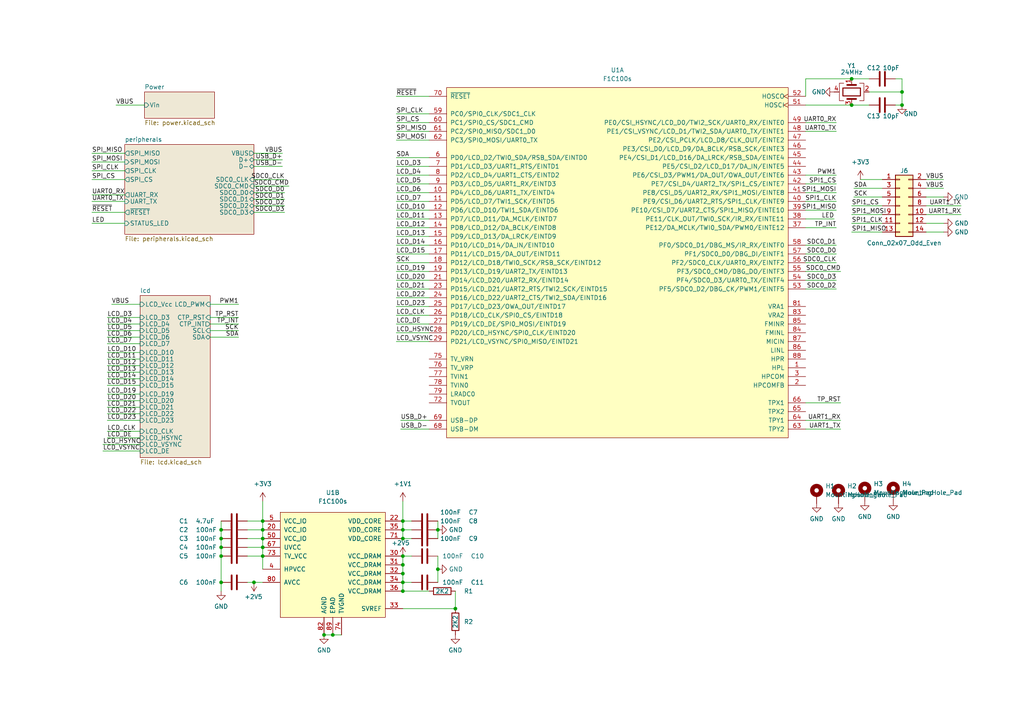
<source format=kicad_sch>
(kicad_sch (version 20211123) (generator eeschema)
  (paper "A4")
  (lib_symbols
    (symbol "3340_kicad:F1C100s" (pin_names (offset 1.016))
      (property "Reference" "U" (at 0 1.27 0))
      (property "Value" "F1C100s" (at 0 -1.27 0))
      (symbol "F1C100s_1_0"
        (pin output line (at 55.88 -30.48 180) (length 5.08) (name "HPL") (number "1"))
        (pin bidirectional line (at -53.34 20.32 0) (length 5.08) (name "PD4/LCD_D6/UART1_TX/EINTD4") (number "10"))
        (pin bidirectional line (at -53.34 17.78 0) (length 5.08) (name "PD5/LCD_D7/TWI1_SCK/EINTD5") (number "11"))
        (pin bidirectional line (at -53.34 15.24 0) (length 5.08) (name "PD6/LCD_D10/TWI1_SDA/EINTD6") (number "12"))
        (pin bidirectional line (at -53.34 12.7 0) (length 5.08) (name "PD7/LCD_D11/DA_MCLK/EINTD7") (number "13"))
        (pin bidirectional line (at -53.34 10.16 0) (length 5.08) (name "PD8/LCD_D12/DA_BCLK/EINTD8") (number "14"))
        (pin bidirectional line (at -53.34 7.62 0) (length 5.08) (name "PD9/LCD_D13/DA_LRCK/EINTD9") (number "15"))
        (pin bidirectional line (at -53.34 5.08 0) (length 5.08) (name "PD10/LCD_D14/DA_IN/EINTD10") (number "16"))
        (pin bidirectional line (at -53.34 2.54 0) (length 5.08) (name "PD11/LCD_D15/DA_OUT/EINTD11") (number "17"))
        (pin bidirectional line (at -53.34 0 0) (length 5.08) (name "PD12/LCD_D18/TWI0_SCK/RSB_SCK/EINTD12") (number "18"))
        (pin bidirectional line (at -53.34 -2.54 0) (length 5.08) (name "PD13/LCD_D19/UART2_TX/EINTD13") (number "19"))
        (pin input line (at 55.88 -35.56 180) (length 5.08) (name "HPCOMFB") (number "2"))
        (pin bidirectional line (at -53.34 -5.08 0) (length 5.08) (name "PD14/LCD_D20/UART2_RX/EINTD14") (number "21"))
        (pin bidirectional line (at -53.34 -7.62 0) (length 5.08) (name "PD15/LCD_D21/UART2_RTS/TWI2_SCK/EINTD15") (number "23"))
        (pin bidirectional line (at -53.34 -10.16 0) (length 5.08) (name "PD16/LCD_D22/UART2_CTS/TWI2_SDA/EINTD16") (number "24"))
        (pin bidirectional line (at -53.34 -12.7 0) (length 5.08) (name "PD17/LCD_D23/OWA_OUT/EINTD17") (number "25"))
        (pin bidirectional line (at -53.34 -15.24 0) (length 5.08) (name "PD18/LCD_CLK/SPI0_CS/EINTD18") (number "26"))
        (pin bidirectional line (at -53.34 -17.78 0) (length 5.08) (name "PD19/LCD_DE/SPI0_MOSI/EINTD19") (number "27"))
        (pin bidirectional line (at -53.34 -20.32 0) (length 5.08) (name "PD20/LCD_HSYNC/SPI0_CLK/EINTD20") (number "28"))
        (pin bidirectional line (at -53.34 -22.86 0) (length 5.08) (name "PD21/LCD_VSYNC/SPI0_MISO/EINTD21") (number "29"))
        (pin output line (at 55.88 -33.02 180) (length 5.08) (name "HPCOM") (number "3"))
        (pin bidirectional line (at 55.88 10.16 180) (length 5.08) (name "PE12/DA_MCLK/TWI0_SDA/PWM0/EINTE12") (number "37"))
        (pin bidirectional line (at 55.88 12.7 180) (length 5.08) (name "PE11/CLK_OUT/TWI0_SCK/IR_RX/EINTE11") (number "38"))
        (pin bidirectional line (at 55.88 15.24 180) (length 5.08) (name "PE10/CSI_D7/UART2_CTS/SPI1_MISO/EINTE10") (number "39"))
        (pin bidirectional line (at 55.88 17.78 180) (length 5.08) (name "PE9/CSI_D6/UART2_RTS/SPI1_CLK/EINTE9") (number "40"))
        (pin bidirectional line (at 55.88 20.32 180) (length 5.08) (name "PE8/CSI_D5/UART2_RX/SPI1_MOSI/EINTE8") (number "41"))
        (pin bidirectional line (at 55.88 22.86 180) (length 5.08) (name "PE7/CSI_D4/UART2_TX/SPI1_CS/EINTE7") (number "42"))
        (pin bidirectional line (at 55.88 25.4 180) (length 5.08) (name "PE6/CSI_D3/PWM1/DA_OUT/OWA_OUT/EINTE6") (number "43"))
        (pin bidirectional line (at 55.88 27.94 180) (length 5.08) (name "PE5/CSI_D2/LCD_D17/DA_IN/EINTE5") (number "44"))
        (pin bidirectional line (at 55.88 30.48 180) (length 5.08) (name "PE4/CSI_D1/LCD_D16/DA_LRCK/RSB_SDA/EINTE4") (number "45"))
        (pin bidirectional line (at 55.88 33.02 180) (length 5.08) (name "PE3/CSI_D0/LCD_D9/DA_BCLK/RSB_SCK/EINTE3") (number "46"))
        (pin bidirectional line (at 55.88 35.56 180) (length 5.08) (name "PE2/CSI_PCLK/LCD_D8/CLK_OUT/EINTE2") (number "47"))
        (pin bidirectional line (at 55.88 38.1 180) (length 5.08) (name "PE1/CSI_VSYNC/LCD_D1/TWI2_SDA/UART0_TX/EINTE1") (number "48"))
        (pin bidirectional line (at 55.88 40.64 180) (length 5.08) (name "PE0/CSI_HSYNC/LCD_D0/TWI2_SCK/UART0_RX/EINTE0") (number "49"))
        (pin input clock (at 55.88 45.72 180) (length 5.08) (name "HOSCI") (number "51"))
        (pin input clock (at 55.88 48.26 180) (length 5.08) (name "HOSCO") (number "52"))
        (pin bidirectional line (at 55.88 -7.62 180) (length 5.08) (name "PF5/SDC0_D2/DBG_CK/PWM1/EINTF5") (number "53"))
        (pin bidirectional line (at 55.88 -5.08 180) (length 5.08) (name "PF4/SDC0_D3/UART0_TX/EINTF4") (number "54"))
        (pin bidirectional line (at 55.88 -2.54 180) (length 5.08) (name "PF3/SDC0_CMD/DBG_DO/EINTF3") (number "55"))
        (pin bidirectional line (at 55.88 0 180) (length 5.08) (name "PF2/SDC0_CLK/UART0_RX/EINTF2") (number "56"))
        (pin bidirectional line (at 55.88 2.54 180) (length 5.08) (name "PF1/SDC0_D0/DBG_DI/EINTF1") (number "57"))
        (pin bidirectional line (at 55.88 5.08 180) (length 5.08) (name "PF0/SDC0_D1/DBG_MS/IR_RX/EINTF0") (number "58"))
        (pin bidirectional line (at -53.34 43.18 0) (length 5.08) (name "PC0/SPI0_CLK/SDC1_CLK") (number "59"))
        (pin bidirectional line (at -53.34 30.48 0) (length 5.08) (name "PD0/LCD_D2/TWI0_SDA/RSB_SDA/EINTD0") (number "6"))
        (pin bidirectional line (at -53.34 40.64 0) (length 5.08) (name "PC1/SPI0_CS/SDC1_CMD") (number "60"))
        (pin bidirectional line (at -53.34 38.1 0) (length 5.08) (name "PC2/SPI0_MISO/SDC1_D0") (number "61"))
        (pin bidirectional line (at -53.34 35.56 0) (length 5.08) (name "PC3/SPI0_MOSI/UART0_TX") (number "62"))
        (pin input line (at 55.88 -48.26 180) (length 5.08) (name "TPY2") (number "63"))
        (pin input line (at 55.88 -45.72 180) (length 5.08) (name "TPY1") (number "64"))
        (pin input line (at 55.88 -43.18 180) (length 5.08) (name "TPX2") (number "65"))
        (pin input line (at 55.88 -40.64 180) (length 5.08) (name "TPX1") (number "66"))
        (pin bidirectional line (at -53.34 -48.26 0) (length 5.08) (name "USB-DM") (number "68"))
        (pin bidirectional line (at -53.34 -45.72 0) (length 5.08) (name "USB-DP") (number "69"))
        (pin bidirectional line (at -53.34 27.94 0) (length 5.08) (name "PD1/LCD_D3/UART1_RTS/EINTD1") (number "7"))
        (pin input line (at -53.34 48.26 0) (length 5.08) (name "~{RESET}") (number "70"))
        (pin output line (at -53.34 -40.64 0) (length 5.08) (name "TVOUT") (number "72"))
        (pin input line (at -53.34 -27.94 0) (length 5.08) (name "TV_VRN") (number "75"))
        (pin input line (at -53.34 -30.48 0) (length 5.08) (name "TV_VRP") (number "76"))
        (pin input line (at -53.34 -33.02 0) (length 5.08) (name "TVIN1") (number "77"))
        (pin input line (at -53.34 -35.56 0) (length 5.08) (name "TVIN0") (number "78"))
        (pin input line (at -53.34 -38.1 0) (length 5.08) (name "LRADC0") (number "79"))
        (pin bidirectional line (at -53.34 25.4 0) (length 5.08) (name "PD2/LCD_D4/UART1_CTS/EINTD2") (number "8"))
        (pin input line (at 55.88 -20.32 180) (length 5.08) (name "FMINL") (number "84"))
        (pin input line (at 55.88 -17.78 180) (length 5.08) (name "FMINR") (number "85"))
        (pin input line (at 55.88 -25.4 180) (length 5.08) (name "LINL") (number "86"))
        (pin input line (at 55.88 -22.86 180) (length 5.08) (name "MICIN") (number "87"))
        (pin output line (at 55.88 -27.94 180) (length 5.08) (name "HPR") (number "88"))
        (pin bidirectional line (at -53.34 22.86 0) (length 5.08) (name "PD3/LCD_D5/UART1_RX/EINTD3") (number "9"))
      )
      (symbol "F1C100s_1_1"
        (rectangle (start -48.26 50.8) (end 50.8 -50.8) (fill (type background)))
        (pin output line (at 55.88 -12.7 180) (length 5.08) (name "VRA1") (number "81"))
        (pin output line (at 55.88 -15.24 180) (length 5.08) (name "VRA2") (number "83"))
      )
      (symbol "F1C100s_2_0"
        (pin power_in line (at -20.32 8.89 0) (length 5.08) (name "VCC_IO") (number "20"))
        (pin power_in line (at 20.32 11.43 180) (length 5.08) (name "VDD_CORE") (number "22"))
        (pin power_in line (at 20.32 1.27 180) (length 5.08) (name "VCC_DRAM") (number "30"))
        (pin power_in line (at 20.32 -1.27 180) (length 5.08) (name "VCC_DRAM") (number "31"))
        (pin power_in line (at 20.32 -3.81 180) (length 5.08) (name "VCC_DRAM") (number "32"))
        (pin input line (at 20.32 -13.97 180) (length 5.08) (name "SVREF") (number "33"))
        (pin power_in line (at 20.32 -6.35 180) (length 5.08) (name "VCC_DRAM") (number "34"))
        (pin power_in line (at 20.32 8.89 180) (length 5.08) (name "VDD_CORE") (number "35"))
        (pin power_in line (at 20.32 -8.89 180) (length 5.08) (name "VCC_DRAM") (number "36"))
        (pin power_in line (at -20.32 -2.54 0) (length 5.08) (name "HPVCC") (number "4"))
        (pin power_in line (at -20.32 11.43 0) (length 5.08) (name "VCC_IO") (number "5"))
        (pin power_in line (at -20.32 6.35 0) (length 5.08) (name "VCC_IO") (number "50"))
        (pin power_in line (at -20.32 3.81 0) (length 5.08) (name "UVCC") (number "67"))
        (pin power_in line (at 20.32 6.35 180) (length 5.08) (name "VDD_CORE") (number "71"))
        (pin power_in line (at -20.32 1.27 0) (length 5.08) (name "TV_VCC") (number "73"))
        (pin power_in line (at 2.54 -21.59 90) (length 5.08) (name "TVGND") (number "74"))
        (pin power_in line (at -20.32 -6.35 0) (length 5.08) (name "AVCC") (number "80"))
        (pin power_in line (at -2.54 -21.59 90) (length 5.08) (name "AGND") (number "82"))
        (pin power_in line (at 0 -21.59 90) (length 5.08) (name "EPAD") (number "89"))
      )
      (symbol "F1C100s_2_1"
        (rectangle (start -15.24 13.97) (end 15.24 -16.51) (fill (type background)))
      )
    )
    (symbol "Connector_Generic:Conn_02x07_Odd_Even" (pin_names (offset 1.016) hide)
      (property "Reference" "J" (at 1.27 10.16 0))
      (property "Value" "Conn_02x07_Odd_Even" (at 1.27 -10.16 0))
      (symbol "Conn_02x07_Odd_Even_1_1"
        (rectangle (start -1.27 -7.493) (end 0 -7.747) (stroke (width 0.1524)))
        (rectangle (start -1.27 -4.953) (end 0 -5.207) (stroke (width 0.1524)))
        (rectangle (start -1.27 -2.413) (end 0 -2.667) (stroke (width 0.1524)))
        (rectangle (start -1.27 0.127) (end 0 -0.127) (stroke (width 0.1524)))
        (rectangle (start -1.27 2.667) (end 0 2.413) (stroke (width 0.1524)))
        (rectangle (start -1.27 5.207) (end 0 4.953) (stroke (width 0.1524)))
        (rectangle (start -1.27 7.747) (end 0 7.493) (stroke (width 0.1524)))
        (rectangle (start -1.27 8.89) (end 3.81 -8.89) (stroke (width 0.254)) (fill (type background)))
        (rectangle (start 3.81 -7.493) (end 2.54 -7.747) (stroke (width 0.1524)))
        (rectangle (start 3.81 -4.953) (end 2.54 -5.207) (stroke (width 0.1524)))
        (rectangle (start 3.81 -2.413) (end 2.54 -2.667) (stroke (width 0.1524)))
        (rectangle (start 3.81 0.127) (end 2.54 -0.127) (stroke (width 0.1524)))
        (rectangle (start 3.81 2.667) (end 2.54 2.413) (stroke (width 0.1524)))
        (rectangle (start 3.81 5.207) (end 2.54 4.953) (stroke (width 0.1524)))
        (rectangle (start 3.81 7.747) (end 2.54 7.493) (stroke (width 0.1524)))
        (pin passive line (at -5.08 7.62 0) (length 3.81) (name "Pin_1") (number "1"))
        (pin passive line (at 7.62 -2.54 180) (length 3.81) (name "Pin_10") (number "10"))
        (pin passive line (at -5.08 -5.08 0) (length 3.81) (name "Pin_11") (number "11"))
        (pin passive line (at 7.62 -5.08 180) (length 3.81) (name "Pin_12") (number "12"))
        (pin passive line (at -5.08 -7.62 0) (length 3.81) (name "Pin_13") (number "13"))
        (pin passive line (at 7.62 -7.62 180) (length 3.81) (name "Pin_14") (number "14"))
        (pin passive line (at 7.62 7.62 180) (length 3.81) (name "Pin_2") (number "2"))
        (pin passive line (at -5.08 5.08 0) (length 3.81) (name "Pin_3") (number "3"))
        (pin passive line (at 7.62 5.08 180) (length 3.81) (name "Pin_4") (number "4"))
        (pin passive line (at -5.08 2.54 0) (length 3.81) (name "Pin_5") (number "5"))
        (pin passive line (at 7.62 2.54 180) (length 3.81) (name "Pin_6") (number "6"))
        (pin passive line (at -5.08 0 0) (length 3.81) (name "Pin_7") (number "7"))
        (pin passive line (at 7.62 0 180) (length 3.81) (name "Pin_8") (number "8"))
        (pin passive line (at -5.08 -2.54 0) (length 3.81) (name "Pin_9") (number "9"))
      )
    )
    (symbol "Device:C" (pin_numbers hide) (pin_names (offset 0.254))
      (property "Reference" "C" (at 0.635 2.54 0))
      (property "Value" "C" (at 0.635 -2.54 0))
      (symbol "C_0_1"
        (polyline (pts (xy -2.032 -0.762) (xy 2.032 -0.762)) (stroke (width 0.508)))
        (polyline (pts (xy -2.032 0.762) (xy 2.032 0.762)) (stroke (width 0.508)))
      )
      (symbol "C_1_1"
        (pin passive line (at 0 3.81 270) (length 2.794) (name "~") (number "1"))
        (pin passive line (at 0 -3.81 90) (length 2.794) (name "~") (number "2"))
      )
    )
    (symbol "Device:Crystal_GND24" (pin_names (offset 1.016) hide)
      (property "Reference" "Y" (at 3.175 5.08 0))
      (property "Value" "Crystal_GND24" (at 3.175 3.175 0))
      (symbol "Crystal_GND24_0_1"
        (rectangle (start -1.143 2.54) (end 1.143 -2.54) (stroke (width 0.3048)))
        (polyline (pts (xy -2.54 0) (xy -2.032 0)))
        (polyline (pts (xy -2.032 -1.27) (xy -2.032 1.27)) (stroke (width 0.508)))
        (polyline (pts (xy 0 -3.81) (xy 0 -3.556)))
        (polyline (pts (xy 0 3.556) (xy 0 3.81)))
        (polyline (pts (xy 2.032 -1.27) (xy 2.032 1.27)) (stroke (width 0.508)))
        (polyline (pts (xy 2.032 0) (xy 2.54 0)))
        (polyline (pts (xy -2.54 -2.286) (xy -2.54 -3.556) (xy 2.54 -3.556) (xy 2.54 -2.286)))
        (polyline (pts (xy -2.54 2.286) (xy -2.54 3.556) (xy 2.54 3.556) (xy 2.54 2.286)))
      )
      (symbol "Crystal_GND24_1_1"
        (pin passive line (at -3.81 0 0) (length 1.27) (name "1") (number "1"))
        (pin passive line (at 0 5.08 270) (length 1.27) (name "2") (number "2"))
        (pin passive line (at 3.81 0 180) (length 1.27) (name "3") (number "3"))
        (pin passive line (at 0 -5.08 90) (length 1.27) (name "4") (number "4"))
      )
    )
    (symbol "Device:R" (pin_numbers hide) (pin_names (offset 0))
      (property "Reference" "R" (at 2.032 0 90))
      (property "Value" "R" (at 0 0 90))
      (symbol "R_0_1"
        (rectangle (start -1.016 -2.54) (end 1.016 2.54) (stroke (width 0.254)))
      )
      (symbol "R_1_1"
        (pin passive line (at 0 3.81 270) (length 1.27) (name "~") (number "1"))
        (pin passive line (at 0 -3.81 90) (length 1.27) (name "~") (number "2"))
      )
    )
    (symbol "Mechanical:MountingHole_Pad" (pin_numbers hide) (pin_names (offset 1.016) hide)
      (property "Reference" "H" (at 0 6.35 0))
      (property "Value" "MountingHole_Pad" (at 0 4.445 0))
      (symbol "MountingHole_Pad_0_1"
        (circle (center 0 1.27) (radius 1.27) (stroke (width 1.27)))
      )
      (symbol "MountingHole_Pad_1_1"
        (pin input line (at 0 -2.54 90) (length 2.54) (name "1") (number "1"))
      )
    )
    (symbol "power:+1V1" (power) (pin_names (offset 0))
      (property "Value" "+1V1" (at 0 3.556 0))
      (symbol "+1V1_0_1"
        (polyline (pts (xy -0.762 1.27) (xy 0 2.54)))
        (polyline (pts (xy 0 0) (xy 0 2.54)))
        (polyline (pts (xy 0 2.54) (xy 0.762 1.27)))
      )
      (symbol "+1V1_1_1"
        (pin power_in line (at 0 0 90) (length 0) hide (name "+1V1") (number "1"))
      )
    )
    (symbol "power:+2V5" (power) (pin_names (offset 0))
      (property "Value" "+2V5" (at 0 3.556 0))
      (symbol "+2V5_0_1"
        (polyline (pts (xy -0.762 1.27) (xy 0 2.54)))
        (polyline (pts (xy 0 0) (xy 0 2.54)))
        (polyline (pts (xy 0 2.54) (xy 0.762 1.27)))
      )
      (symbol "+2V5_1_1"
        (pin power_in line (at 0 0 90) (length 0) hide (name "+2V5") (number "1"))
      )
    )
    (symbol "power:+3V3" (power) (pin_names (offset 0))
      (property "Value" "+3V3" (at 0 3.556 0))
      (symbol "+3V3_0_1"
        (polyline (pts (xy -0.762 1.27) (xy 0 2.54)))
        (polyline (pts (xy 0 0) (xy 0 2.54)))
        (polyline (pts (xy 0 2.54) (xy 0.762 1.27)))
      )
      (symbol "+3V3_1_1"
        (pin power_in line (at 0 0 90) (length 0) hide (name "+3V3") (number "1"))
      )
    )
    (symbol "power:GND" (power) (pin_names (offset 0))
      (property "Value" "GND" (at 0 -3.81 0))
      (symbol "GND_0_1"
        (polyline (pts (xy 0 0) (xy 0 -1.27) (xy 1.27 -1.27) (xy 0 -2.54) (xy -1.27 -1.27) (xy 0 -1.27)))
      )
      (symbol "GND_1_1"
        (pin power_in line (at 0 0 270) (length 0) hide (name "GND") (number "1"))
      )
    )
  )
  (junction (at 64.135 161.29))
  (junction (at 261.62 30.48))
  (junction (at 76.2 151.13))
  (junction (at 116.84 161.29))
  (junction (at 247.015 22.86))
  (junction (at 76.2 156.21))
  (junction (at 261.62 26.67))
  (junction (at 76.2 161.29))
  (junction (at 116.84 151.13))
  (junction (at 96.52 184.15))
  (junction (at 132.08 176.53))
  (junction (at 116.84 156.21))
  (junction (at 76.2 158.75))
  (junction (at 247.015 30.48))
  (junction (at 64.135 153.67))
  (junction (at 76.2 153.67))
  (junction (at 127 153.67))
  (junction (at 116.84 168.91))
  (junction (at 116.84 153.67))
  (junction (at 116.84 171.45))
  (junction (at 116.84 166.37))
  (junction (at 93.98 184.15))
  (junction (at 116.84 163.83))
  (junction (at 64.135 156.21))
  (junction (at 64.135 168.91))
  (junction (at 73.66 168.91))
  (junction (at 64.135 158.75))
  (junction (at 127 165.1))
  (wire (pts (xy 261.62 26.67) (xy 261.62 30.48)))
  (wire (pts (xy 132.08 171.45) (xy 132.08 176.53)))
  (wire (pts (xy 76.2 158.75) (xy 76.2 161.29)))
  (wire (pts (xy 114.935 38.1) (xy 124.46 38.1)))
  (wire (pts (xy 268.605 59.69) (xy 278.765 59.69)))
  (wire (pts (xy 114.935 76.2) (xy 124.46 76.2)))
  (wire (pts (xy 127 151.13) (xy 127 153.67)))
  (wire (pts (xy 73.66 44.45) (xy 81.915 44.45)))
  (wire (pts (xy 114.935 58.42) (xy 124.46 58.42)))
  (wire (pts (xy 255.905 54.61) (xy 247.65 54.61)))
  (wire (pts (xy 242.57 83.82) (xy 233.68 83.82)))
  (wire (pts (xy 26.67 52.07) (xy 36.195 52.07)))
  (wire (pts (xy 31.115 114.3) (xy 40.64 114.3)))
  (wire (pts (xy 116.84 153.67) (xy 116.84 156.21)))
  (wire (pts (xy 64.135 151.13) (xy 64.135 153.67)))
  (wire (pts (xy 233.68 124.46) (xy 243.84 124.46)))
  (wire (pts (xy 268.605 54.61) (xy 273.685 54.61)))
  (wire (pts (xy 233.68 66.04) (xy 242.57 66.04)))
  (wire (pts (xy 76.2 151.13) (xy 76.2 153.67)))
  (wire (pts (xy 127 153.67) (xy 127 156.21)))
  (wire (pts (xy 29.845 130.81) (xy 40.64 130.81)))
  (wire (pts (xy 31.115 118.11) (xy 40.64 118.11)))
  (wire (pts (xy 31.115 93.98) (xy 40.64 93.98)))
  (wire (pts (xy 114.935 50.8) (xy 124.46 50.8)))
  (wire (pts (xy 82.55 52.07) (xy 73.66 52.07)))
  (wire (pts (xy 116.84 151.13) (xy 116.84 153.67)))
  (wire (pts (xy 255.905 64.77) (xy 247.015 64.77)))
  (wire (pts (xy 242.57 81.28) (xy 233.68 81.28)))
  (wire (pts (xy 81.915 46.355) (xy 73.66 46.355)))
  (wire (pts (xy 114.935 35.56) (xy 124.46 35.56)))
  (wire (pts (xy 60.96 97.79) (xy 69.215 97.79)))
  (wire (pts (xy 233.68 78.74) (xy 243.84 78.74)))
  (wire (pts (xy 71.755 168.91) (xy 73.66 168.91)))
  (wire (pts (xy 116.84 145.415) (xy 116.84 151.13)))
  (wire (pts (xy 127 161.29) (xy 127 165.1)))
  (wire (pts (xy 259.715 30.48) (xy 261.62 30.48)))
  (wire (pts (xy 116.84 161.29) (xy 119.38 161.29)))
  (wire (pts (xy 233.68 116.84) (xy 243.84 116.84)))
  (wire (pts (xy 96.52 184.15) (xy 99.06 184.15)))
  (wire (pts (xy 268.605 67.31) (xy 273.685 67.31)))
  (wire (pts (xy 31.115 116.205) (xy 40.64 116.205)))
  (wire (pts (xy 71.755 158.75) (xy 76.2 158.75)))
  (wire (pts (xy 114.935 33.02) (xy 124.46 33.02)))
  (wire (pts (xy 116.84 166.37) (xy 116.84 168.91)))
  (wire (pts (xy 36.195 58.42) (xy 26.67 58.42)))
  (wire (pts (xy 114.935 68.58) (xy 124.46 68.58)))
  (wire (pts (xy 114.935 71.12) (xy 124.46 71.12)))
  (wire (pts (xy 116.205 121.92) (xy 124.46 121.92)))
  (wire (pts (xy 64.135 156.21) (xy 64.135 158.75)))
  (wire (pts (xy 249.555 52.07) (xy 255.905 52.07)))
  (wire (pts (xy 26.67 46.99) (xy 36.195 46.99)))
  (wire (pts (xy 233.68 58.42) (xy 242.57 58.42)))
  (wire (pts (xy 114.935 45.72) (xy 124.46 45.72)))
  (wire (pts (xy 255.905 62.23) (xy 247.015 62.23)))
  (wire (pts (xy 114.935 53.34) (xy 124.46 53.34)))
  (wire (pts (xy 114.935 88.9) (xy 124.46 88.9)))
  (wire (pts (xy 268.605 52.07) (xy 273.685 52.07)))
  (wire (pts (xy 29.845 128.905) (xy 40.64 128.905)))
  (wire (pts (xy 261.62 22.86) (xy 261.62 26.67)))
  (wire (pts (xy 82.55 57.785) (xy 73.66 57.785)))
  (wire (pts (xy 268.605 62.23) (xy 278.765 62.23)))
  (wire (pts (xy 268.605 64.77) (xy 273.685 64.77)))
  (wire (pts (xy 60.96 92.075) (xy 69.215 92.075)))
  (wire (pts (xy 255.905 57.15) (xy 247.65 57.15)))
  (wire (pts (xy 26.67 44.45) (xy 36.195 44.45)))
  (wire (pts (xy 93.98 184.15) (xy 96.52 184.15)))
  (wire (pts (xy 268.605 57.15) (xy 273.685 57.15)))
  (wire (pts (xy 76.2 153.67) (xy 76.2 156.21)))
  (wire (pts (xy 114.935 81.28) (xy 124.46 81.28)))
  (wire (pts (xy 116.84 163.83) (xy 116.84 166.37)))
  (wire (pts (xy 114.935 40.64) (xy 124.46 40.64)))
  (wire (pts (xy 233.68 27.94) (xy 233.68 22.86)))
  (wire (pts (xy 26.67 64.77) (xy 36.195 64.77)))
  (wire (pts (xy 247.015 22.86) (xy 252.095 22.86)))
  (wire (pts (xy 116.84 151.13) (xy 119.38 151.13)))
  (wire (pts (xy 116.84 153.67) (xy 119.38 153.67)))
  (wire (pts (xy 255.905 59.69) (xy 247.015 59.69)))
  (wire (pts (xy 116.84 168.91) (xy 119.38 168.91)))
  (wire (pts (xy 116.84 156.21) (xy 119.38 156.21)))
  (wire (pts (xy 31.115 95.885) (xy 40.64 95.885)))
  (wire (pts (xy 114.935 48.26) (xy 124.46 48.26)))
  (wire (pts (xy 114.935 93.98) (xy 124.46 93.98)))
  (wire (pts (xy 114.935 60.96) (xy 124.46 60.96)))
  (wire (pts (xy 26.67 49.53) (xy 36.195 49.53)))
  (wire (pts (xy 31.115 125.095) (xy 40.64 125.095)))
  (wire (pts (xy 233.68 55.88) (xy 242.57 55.88)))
  (wire (pts (xy 114.935 78.74) (xy 124.46 78.74)))
  (wire (pts (xy 60.96 95.885) (xy 69.215 95.885)))
  (wire (pts (xy 233.68 35.56) (xy 242.57 35.56)))
  (wire (pts (xy 76.2 156.21) (xy 76.2 158.75)))
  (wire (pts (xy 114.935 86.36) (xy 124.46 86.36)))
  (wire (pts (xy 114.935 73.66) (xy 124.46 73.66)))
  (wire (pts (xy 233.68 38.1) (xy 242.57 38.1)))
  (wire (pts (xy 31.115 120.015) (xy 40.64 120.015)))
  (wire (pts (xy 242.57 73.66) (xy 233.68 73.66)))
  (wire (pts (xy 31.115 97.79) (xy 40.64 97.79)))
  (wire (pts (xy 31.115 127) (xy 40.64 127)))
  (wire (pts (xy 26.67 61.595) (xy 36.195 61.595)))
  (wire (pts (xy 64.135 168.91) (xy 64.135 171.45)))
  (wire (pts (xy 114.935 27.94) (xy 124.46 27.94)))
  (wire (pts (xy 233.68 63.5) (xy 241.935 63.5)))
  (wire (pts (xy 64.135 161.29) (xy 64.135 168.91)))
  (wire (pts (xy 255.905 67.31) (xy 247.015 67.31)))
  (wire (pts (xy 31.115 104.14) (xy 40.64 104.14)))
  (wire (pts (xy 64.135 153.67) (xy 64.135 156.21)))
  (wire (pts (xy 116.205 124.46) (xy 124.46 124.46)))
  (wire (pts (xy 71.755 161.29) (xy 76.2 161.29)))
  (wire (pts (xy 31.115 106.045) (xy 40.64 106.045)))
  (wire (pts (xy 114.935 96.52) (xy 124.46 96.52)))
  (wire (pts (xy 116.84 176.53) (xy 132.08 176.53)))
  (wire (pts (xy 31.115 102.235) (xy 40.64 102.235)))
  (wire (pts (xy 76.2 145.415) (xy 76.2 151.13)))
  (wire (pts (xy 233.68 121.92) (xy 243.84 121.92)))
  (wire (pts (xy 60.96 88.265) (xy 69.215 88.265)))
  (wire (pts (xy 76.2 161.29) (xy 76.2 165.1)))
  (wire (pts (xy 31.115 107.95) (xy 40.64 107.95)))
  (wire (pts (xy 233.68 50.8) (xy 242.57 50.8)))
  (wire (pts (xy 114.935 99.06) (xy 124.46 99.06)))
  (wire (pts (xy 114.935 63.5) (xy 124.46 63.5)))
  (wire (pts (xy 64.135 158.75) (xy 64.135 161.29)))
  (wire (pts (xy 242.57 71.12) (xy 233.68 71.12)))
  (wire (pts (xy 259.715 22.86) (xy 261.62 22.86)))
  (wire (pts (xy 71.755 153.67) (xy 76.2 153.67)))
  (wire (pts (xy 60.96 93.98) (xy 69.215 93.98)))
  (wire (pts (xy 114.935 91.44) (xy 124.46 91.44)))
  (wire (pts (xy 31.115 99.695) (xy 40.64 99.695)))
  (wire (pts (xy 116.84 171.45) (xy 124.46 171.45)))
  (wire (pts (xy 114.935 55.88) (xy 124.46 55.88)))
  (wire (pts (xy 71.755 156.21) (xy 76.2 156.21)))
  (wire (pts (xy 71.755 151.13) (xy 76.2 151.13)))
  (wire (pts (xy 114.935 83.82) (xy 124.46 83.82)))
  (wire (pts (xy 116.84 168.91) (xy 116.84 171.45)))
  (wire (pts (xy 82.55 61.595) (xy 73.66 61.595)))
  (wire (pts (xy 31.115 121.92) (xy 40.64 121.92)))
  (wire (pts (xy 41.91 30.48) (xy 33.655 30.48)))
  (wire (pts (xy 233.68 53.34) (xy 242.57 53.34)))
  (wire (pts (xy 114.935 66.04) (xy 124.46 66.04)))
  (wire (pts (xy 233.68 22.86) (xy 247.015 22.86)))
  (wire (pts (xy 82.55 59.69) (xy 73.66 59.69)))
  (wire (pts (xy 40.64 88.265) (xy 32.385 88.265)))
  (wire (pts (xy 73.66 53.975) (xy 83.82 53.975)))
  (wire (pts (xy 233.68 60.96) (xy 242.57 60.96)))
  (wire (pts (xy 73.66 168.91) (xy 76.2 168.91)))
  (wire (pts (xy 247.015 30.48) (xy 252.095 30.48)))
  (wire (pts (xy 127 165.1) (xy 127 168.91)))
  (wire (pts (xy 36.195 56.515) (xy 26.67 56.515)))
  (wire (pts (xy 81.915 48.26) (xy 73.66 48.26)))
  (wire (pts (xy 31.115 109.855) (xy 40.64 109.855)))
  (wire (pts (xy 82.55 55.88) (xy 73.66 55.88)))
  (wire (pts (xy 31.115 111.76) (xy 40.64 111.76)))
  (wire (pts (xy 252.095 26.67) (xy 261.62 26.67)))
  (wire (pts (xy 242.57 76.2) (xy 233.68 76.2)))
  (wire (pts (xy 31.115 92.075) (xy 40.64 92.075)))
  (wire (pts (xy 233.68 30.48) (xy 247.015 30.48)))
  (wire (pts (xy 116.84 161.29) (xy 116.84 163.83)))
  (label "TP_RST" (at 69.215 92.075 180))
  (label "LCD_HSYNC" (at 29.845 128.905 0))
  (label "LCD_D21" (at 31.115 118.11 0))
  (label "SDA" (at 114.935 45.72 0))
  (label "UART1_RX" (at 278.765 62.23 180))
  (label "LCD_D14" (at 31.115 109.855 0))
  (label "SPI_MISO" (at 114.935 38.1 0))
  (label "USB_D+" (at 81.915 46.355 180))
  (label "LED" (at 26.67 64.77 0))
  (label "SPI_MISO" (at 26.67 44.45 0))
  (label "TP_INT" (at 242.57 66.04 180))
  (label "UART1_TX" (at 243.84 124.46 180))
  (label "SPI1_MOSI" (at 247.015 62.23 0))
  (label "LCD_D23" (at 31.115 121.92 0))
  (label "LCD_DE" (at 31.115 127 0))
  (label "SPI_MOSI" (at 114.935 40.64 0))
  (label "LCD_D5" (at 31.115 95.885 0))
  (label "SPI1_CLK" (at 247.015 64.77 0))
  (label "VBUS" (at 273.685 52.07 180))
  (label "LCD_CLK" (at 31.115 125.095 0))
  (label "SPI1_CS" (at 242.57 53.34 180))
  (label "SDC0_D2" (at 242.57 83.82 180))
  (label "UART0_TX" (at 242.57 38.1 180))
  (label "LCD_D10" (at 114.935 60.96 0))
  (label "~{RESET}" (at 114.935 27.94 0))
  (label "LCD_D13" (at 114.935 68.58 0))
  (label "LCD_D6" (at 31.115 97.79 0))
  (label "LCD_CLK" (at 114.935 91.44 0))
  (label "LCD_D6" (at 114.935 55.88 0))
  (label "SCK" (at 247.65 57.15 0))
  (label "SDA" (at 247.65 54.61 0))
  (label "VBUS" (at 81.915 44.45 180))
  (label "LCD_D12" (at 31.115 106.045 0))
  (label "SPI_CLK" (at 26.67 49.53 0))
  (label "SPI1_CS" (at 247.015 59.69 0))
  (label "UART1_TX" (at 278.765 59.69 180))
  (label "SPI1_MISO" (at 247.015 67.31 0))
  (label "LCD_D4" (at 31.115 93.98 0))
  (label "LCD_D20" (at 114.935 81.28 0))
  (label "SDA" (at 69.215 97.79 180))
  (label "USB_D-" (at 81.915 48.26 180))
  (label "LCD_D22" (at 114.935 86.36 0))
  (label "LCD_D23" (at 114.935 88.9 0))
  (label "SPI_CS" (at 26.67 52.07 0))
  (label "LCD_D19" (at 114.935 78.74 0))
  (label "LCD_D4" (at 114.935 50.8 0))
  (label "LCD_VSYNC" (at 29.845 130.81 0))
  (label "LCD_D20" (at 31.115 116.205 0))
  (label "SCK" (at 69.215 95.885 180))
  (label "VBUS" (at 32.385 88.265 0))
  (label "SPI1_MISO" (at 242.57 60.96 180))
  (label "LCD_D15" (at 114.935 73.66 0))
  (label "VBUS" (at 33.655 30.48 0))
  (label "LCD_D7" (at 31.115 99.695 0))
  (label "LCD_D12" (at 114.935 66.04 0))
  (label "LCD_D13" (at 31.115 107.95 0))
  (label "SDC0_D0" (at 82.55 55.88 180))
  (label "SPI_CLK" (at 114.935 33.02 0))
  (label "SDC0_D3" (at 82.55 61.595 180))
  (label "LCD_D11" (at 114.935 63.5 0))
  (label "SPI_MOSI" (at 26.67 46.99 0))
  (label "USB_D-" (at 116.205 124.46 0))
  (label "LCD_D3" (at 31.115 92.075 0))
  (label "LCD_D15" (at 31.115 111.76 0))
  (label "SPI1_CLK" (at 242.57 58.42 180))
  (label "SDC0_D0" (at 242.57 73.66 180))
  (label "SPI1_MOSI" (at 242.57 55.88 180))
  (label "LCD_DE" (at 114.935 93.98 0))
  (label "UART1_RX" (at 243.84 121.92 180))
  (label "SDC0_D1" (at 242.57 71.12 180))
  (label "LCD_D7" (at 114.935 58.42 0))
  (label "TP_RST" (at 243.84 116.84 180))
  (label "LCD_D22" (at 31.115 120.015 0))
  (label "SDC0_CMD" (at 83.82 53.975 180))
  (label "UART0_TX" (at 26.67 58.42 0))
  (label "SDC0_CLK" (at 82.55 52.07 180))
  (label "LCD_D10" (at 31.115 102.235 0))
  (label "LCD_HSYNC" (at 114.935 96.52 0))
  (label "UART0_RX" (at 242.57 35.56 180))
  (label "LCD_D11" (at 31.115 104.14 0))
  (label "LCD_D5" (at 114.935 53.34 0))
  (label "SPI_CS" (at 114.935 35.56 0))
  (label "UART0_RX" (at 26.67 56.515 0))
  (label "LCD_D14" (at 114.935 71.12 0))
  (label "PWM1" (at 69.215 88.265 180))
  (label "SDC0_D1" (at 82.55 57.785 180))
  (label "SDC0_CLK" (at 242.57 76.2 180))
  (label "SDC0_D2" (at 82.55 59.69 180))
  (label "SCK" (at 114.935 76.2 0))
  (label "LCD_D3" (at 114.935 48.26 0))
  (label "LCD_VSYNC" (at 114.935 99.06 0))
  (label "TP_INT" (at 69.215 93.98 180))
  (label "SDC0_D3" (at 242.57 81.28 180))
  (label "LCD_D21" (at 114.935 83.82 0))
  (label "PWM1" (at 242.57 50.8 180))
  (label "LCD_D19" (at 31.115 114.3 0))
  (label "~{RESET}" (at 26.67 61.595 0))
  (label "VBUS" (at 273.685 54.61 180))
  (label "SDC0_CMD" (at 243.84 78.74 180))
  (label "LED" (at 241.935 63.5 180))
  (label "USB_D+" (at 116.205 121.92 0))
  (symbol (lib_id "power:GND") (at 273.685 64.77 90) (unit 1)
    (property "Reference" "#PWR0161" (effects hide))
    (property "Value" "GND" (at 276.86 64.7699 90) (effects (justify right)))
  )
  (symbol (lib_id "3340_kicad:F1C100s") (at 177.8 76.2 0) (unit 1)
    (property "Reference" "U1" (at 179.07 20.32 0))
    (property "Value" "F1C100s" (at 179.07 22.86 0))
    (property "Footprint" "footprints:QFN-88_EP_10x10_Pitch0.4mm" (effects hide))
  )
  (symbol (lib_id "Device:C") (at 67.945 151.13 90) (unit 1)
    (property "Reference" "C1" (at 54.61 151.13 90) (effects (justify left)))
    (property "Value" "4.7uF" (at 62.23 151.13 90) (effects (justify left)))
    (property "Footprint" "Capacitor_SMD:C_0603_1608Metric" (effects hide))
  )
  (symbol (lib_id "power:GND") (at 241.935 26.67 270) (unit 1)
    (property "Reference" "#PWR0102" (effects hide))
    (property "Value" "GND" (at 237.49 26.67 90))
  )
  (symbol (lib_id "Mechanical:MountingHole_Pad") (at 243.205 143.51 0) (unit 1)
    (property "Reference" "H2" (at 245.745 140.9699 0) (effects (justify left)))
    (property "Value" "MountingHole_Pad" (at 245.745 143.5099 0) (effects (justify left)))
    (property "Footprint" "MountingHole:MountingHole_2.2mm_M2_Pad_Via" (effects hide))
  )
  (symbol (lib_id "Device:C") (at 67.945 168.91 90) (unit 1)
    (property "Reference" "C6" (at 54.61 168.91 90) (effects (justify left)))
    (property "Value" "100nF" (at 62.865 168.91 90) (effects (justify left)))
    (property "Footprint" "Capacitor_SMD:C_0603_1608Metric" (effects hide))
  )
  (symbol (lib_id "power:GND") (at 250.825 145.415 0) (unit 1)
    (property "Reference" "#PWR0159" (effects hide))
    (property "Value" "GND" (at 250.825 149.86 0))
  )
  (symbol (lib_id "power:GND") (at 243.205 146.05 0) (unit 1)
    (property "Reference" "#PWR0157" (effects hide))
    (property "Value" "GND" (at 243.205 150.495 0))
  )
  (symbol (lib_id "Device:C") (at 67.945 158.75 90) (unit 1)
    (property "Reference" "C4" (at 54.61 158.75 90) (effects (justify left)))
    (property "Value" "100nF" (at 62.865 158.75 90) (effects (justify left)))
    (property "Footprint" "Capacitor_SMD:C_0603_1608Metric" (effects hide))
  )
  (symbol (lib_id "Mechanical:MountingHole_Pad") (at 259.08 142.875 0) (unit 1)
    (property "Reference" "H4" (at 261.62 140.3349 0) (effects (justify left)))
    (property "Value" "MountingHole_Pad" (at 261.62 142.8749 0) (effects (justify left)))
    (property "Footprint" "MountingHole:MountingHole_2.2mm_M2_Pad_Via" (effects hide))
  )
  (symbol (lib_id "Device:C") (at 123.19 168.91 270) (unit 1)
    (property "Reference" "C11" (at 136.525 168.91 90) (effects (justify left)))
    (property "Value" "100nF" (at 128.27 168.91 90) (effects (justify left)))
    (property "Footprint" "Capacitor_SMD:C_0603_1608Metric" (effects hide))
  )
  (symbol (lib_id "3340_kicad:F1C100s") (at 96.52 162.56 0) (unit 2)
    (property "Reference" "U1" (at 96.52 142.875 0))
    (property "Value" "F1C100s" (at 96.52 145.415 0))
    (property "Footprint" "footprints:QFN-88_EP_10x10_Pitch0.4mm" (effects hide))
  )
  (symbol (lib_id "Device:C") (at 123.19 156.21 270) (unit 1)
    (property "Reference" "C9" (at 135.89 156.21 90) (effects (justify left)))
    (property "Value" "100nF" (at 127.635 156.21 90) (effects (justify left)))
    (property "Footprint" "Capacitor_SMD:C_0603_1608Metric" (effects hide))
  )
  (symbol (lib_id "power:GND") (at 236.855 146.05 0) (unit 1)
    (property "Reference" "#PWR0156" (effects hide))
    (property "Value" "GND" (at 236.855 150.495 0))
  )
  (symbol (lib_id "Device:Crystal_GND24") (at 247.015 26.67 270) (unit 1)
    (property "Reference" "Y1" (at 247.015 19.05 90))
    (property "Value" "24MHz" (at 247.015 20.955 90))
    (property "Footprint" "Crystal:Crystal_SMD_2520-4Pin_2.5x2.0mm" (effects hide))
  )
  (symbol (lib_id "Device:C") (at 67.945 153.67 90) (unit 1)
    (property "Reference" "C2" (at 54.61 153.67 90) (effects (justify left)))
    (property "Value" "100nF" (at 62.865 153.67 90) (effects (justify left)))
    (property "Footprint" "Capacitor_SMD:C_0603_1608Metric" (effects hide))
  )
  (symbol (lib_id "power:+1V1") (at 116.84 145.415 0) (unit 1)
    (property "Reference" "#PWR0107" (effects hide))
    (property "Value" "+1V1" (at 116.84 140.335 0))
  )
  (symbol (lib_id "power:GND") (at 261.62 30.48 0) (unit 1)
    (property "Reference" "#PWR0101" (effects hide))
    (property "Value" "GND" (at 264.16 33.02 0))
  )
  (symbol (lib_id "Mechanical:MountingHole_Pad") (at 250.825 142.875 0) (unit 1)
    (property "Reference" "H3" (at 253.365 140.3349 0) (effects (justify left)))
    (property "Value" "MountingHole_Pad" (at 253.365 142.8749 0) (effects (justify left)))
    (property "Footprint" "MountingHole:MountingHole_2.2mm_M2_Pad_Via" (effects hide))
  )
  (symbol (lib_id "power:GND") (at 127 165.1 90) (unit 1)
    (property "Reference" "#PWR0104" (effects hide))
    (property "Value" "GND" (at 130.175 165.0999 90) (effects (justify right)))
  )
  (symbol (lib_id "Device:C") (at 67.945 161.29 90) (unit 1)
    (property "Reference" "C5" (at 54.61 161.29 90) (effects (justify left)))
    (property "Value" "100nF" (at 62.865 161.29 90) (effects (justify left)))
    (property "Footprint" "Capacitor_SMD:C_0603_1608Metric" (effects hide))
  )
  (symbol (lib_id "Device:C") (at 123.19 161.29 270) (unit 1)
    (property "Reference" "C10" (at 136.525 161.29 90) (effects (justify left)))
    (property "Value" "100nF" (at 128.27 161.29 90) (effects (justify left)))
    (property "Footprint" "Capacitor_SMD:C_0603_1608Metric" (effects hide))
  )
  (symbol (lib_id "power:GND") (at 93.98 184.15 0) (unit 1)
    (property "Reference" "#PWR0105" (effects hide))
    (property "Value" "GND" (at 93.98 188.595 0))
  )
  (symbol (lib_id "Device:C") (at 255.905 30.48 90) (unit 1)
    (property "Reference" "C13" (at 253.365 33.655 90))
    (property "Value" "10pF" (at 258.445 33.655 90))
    (property "Footprint" "Capacitor_SMD:C_0603_1608Metric" (effects hide))
  )
  (symbol (lib_id "power:GND") (at 273.685 67.31 90) (unit 1)
    (property "Reference" "#PWR0162" (effects hide))
    (property "Value" "GND" (at 276.86 67.3099 90) (effects (justify right)))
  )
  (symbol (lib_id "power:GND") (at 259.08 145.415 0) (unit 1)
    (property "Reference" "#PWR0158" (effects hide))
    (property "Value" "GND" (at 259.08 149.86 0))
  )
  (symbol (lib_id "Device:R") (at 132.08 180.34 0) (unit 1)
    (property "Reference" "R2" (at 135.89 180.34 0))
    (property "Value" "2K2" (at 132.08 180.34 90))
    (property "Footprint" "Resistor_SMD:R_0603_1608Metric" (effects hide))
  )
  (symbol (lib_id "power:GND") (at 127 153.67 90) (unit 1)
    (property "Reference" "#PWR0155" (effects hide))
    (property "Value" "GND" (at 130.175 153.6699 90) (effects (justify right)))
  )
  (symbol (lib_id "power:GND") (at 273.685 57.15 90) (unit 1)
    (property "Reference" "#PWR0160" (effects hide))
    (property "Value" "GND" (at 276.86 57.1499 90) (effects (justify right)))
  )
  (symbol (lib_id "power:GND") (at 64.135 171.45 0) (unit 1)
    (property "Reference" "#PWR0110" (effects hide))
    (property "Value" "GND" (at 64.135 175.895 0))
  )
  (symbol (lib_id "power:GND") (at 132.08 184.15 0) (unit 1)
    (property "Reference" "#PWR0103" (effects hide))
    (property "Value" "GND" (at 132.08 188.595 0))
  )
  (symbol (lib_id "Device:C") (at 67.945 156.21 90) (unit 1)
    (property "Reference" "C3" (at 54.61 156.21 90) (effects (justify left)))
    (property "Value" "100nF" (at 62.865 156.21 90) (effects (justify left)))
    (property "Footprint" "Capacitor_SMD:C_0603_1608Metric" (effects hide))
  )
  (symbol (lib_id "power:+2V5") (at 116.84 161.29 0) (unit 1)
    (property "Reference" "#PWR0108" (effects hide))
    (property "Value" "+2V5" (at 116.205 157.48 0))
  )
  (symbol (lib_id "Device:C") (at 255.905 22.86 90) (unit 1)
    (property "Reference" "C12" (at 253.365 19.685 90))
    (property "Value" "10pF" (at 258.445 19.685 90))
    (property "Footprint" "Capacitor_SMD:C_0603_1608Metric" (effects hide))
  )
  (symbol (lib_id "Device:C") (at 123.19 151.13 270) (unit 1)
    (property "Reference" "C7" (at 135.89 148.59 90) (effects (justify left)))
    (property "Value" "100nF" (at 127.635 148.59 90) (effects (justify left)))
    (property "Footprint" "Capacitor_SMD:C_0603_1608Metric" (effects hide))
  )
  (symbol (lib_id "power:+3V3") (at 76.2 145.415 0) (unit 1)
    (property "Reference" "#PWR0109" (effects hide))
    (property "Value" "+3V3" (at 76.2 140.335 0))
  )
  (symbol (lib_id "Device:R") (at 128.27 171.45 90) (unit 1)
    (property "Reference" "R1" (at 135.89 171.45 90))
    (property "Value" "2K2" (at 128.27 171.45 90))
    (property "Footprint" "Resistor_SMD:R_0603_1608Metric" (effects hide))
  )
  (symbol (lib_id "power:+2V5") (at 73.66 168.91 180) (unit 1)
    (property "Reference" "#PWR0106" (effects hide))
    (property "Value" "+2V5" (at 70.866 173.101 0) (effects (justify right)))
  )
  (symbol (lib_id "Mechanical:MountingHole_Pad") (at 236.855 143.51 0) (unit 1)
    (property "Reference" "H1" (at 239.395 140.9699 0) (effects (justify left)))
    (property "Value" "MountingHole_Pad" (at 239.395 143.5099 0) (effects (justify left)))
    (property "Footprint" "MountingHole:MountingHole_2.2mm_M2_Pad_Via" (effects hide))
  )
  (symbol (lib_id "power:+3V3") (at 249.555 52.07 0) (unit 1)
    (property "Reference" "#PWR0163" (effects hide))
    (property "Value" "+3V3" (at 249.555 46.99 0))
  )
  (symbol (lib_id "Connector_Generic:Conn_02x07_Odd_Even") (at 260.985 59.69 0) (unit 1)
    (property "Reference" "J6" (at 262.255 49.53 0))
    (property "Value" "Conn_02x07_Odd_Even" (at 262.255 70.485 0))
    (property "Footprint" "Connector_PinHeader_2.54mm:PinHeader_2x07_P2.54mm_Vertical_SMD" (effects hide))
  )
  (symbol (lib_id "Device:C") (at 123.19 153.67 270) (unit 1)
    (property "Reference" "C8" (at 135.89 151.13 90) (effects (justify left)))
    (property "Value" "100nF" (at 127.635 151.13 90) (effects (justify left)))
    (property "Footprint" "Capacitor_SMD:C_0603_1608Metric" (effects hide))
  )
  (sheet (at 40.64 85.725) (size 20.32 46.99) (stroke (width 0.1524)) (fill (color 238 232 213 1.0000))
    (property "Sheet name" "lcd" (at 40.64 85.0134 0) (effects (justify left bottom)))
    (property "Sheet file" "lcd.kicad_sch" (at 40.64 133.2996 0) (effects (justify left top)))
    (pin "LCD_Vcc" input (at 40.64 88.265 180))
    (pin "LCD_D14" input (at 40.64 109.855 180))
    (pin "LCD_D15" input (at 40.64 111.76 180))
    (pin "LCD_DE" input (at 40.64 130.81 180))
    (pin "LCD_D6" input (at 40.64 97.79 180))
    (pin "LCD_D3" input (at 40.64 92.075 180))
    (pin "LCD_D4" input (at 40.64 93.98 180))
    (pin "LCD_D5" input (at 40.64 95.885 180))
    (pin "LCD_D7" input (at 40.64 99.695 180))
    (pin "LCD_VSYNC" input (at 40.64 128.905 180))
    (pin "LCD_CLK" input (at 40.64 125.095 180))
    (pin "LCD_HSYNC" input (at 40.64 127 180))
    (pin "LCD_D10" input (at 40.64 102.235 180))
    (pin "LCD_D11" input (at 40.64 104.14 180))
    (pin "LCD_D12" input (at 40.64 106.045 180))
    (pin "LCD_D13" input (at 40.64 107.95 180))
    (pin "LCD_D19" input (at 40.64 114.3 180))
    (pin "LCD_D20" input (at 40.64 116.205 180))
    (pin "LCD_D21" input (at 40.64 118.11 180))
    (pin "LCD_D22" input (at 40.64 120.015 180))
    (pin "LCD_D23" input (at 40.64 121.92 180))
    (pin "LCD_PWM" input (at 60.96 88.265 0))
    (pin "CTP_RST" input (at 60.96 92.075 0))
    (pin "CTP_INT" output (at 60.96 93.98 0))
    (pin "SCL" input (at 60.96 95.885 0))
    (pin "SDA" bidirectional (at 60.96 97.79 0))
  )
  (sheet (at 41.91 26.67) (size 20.32 7.62) (stroke (width 0.1524)) (fill (color 238 232 213 1.0000))
    (property "Sheet name" "Power" (at 41.91 25.9584 0) (effects (justify left bottom)))
    (property "Sheet file" "power.kicad_sch" (at 41.91 34.8746 0) (effects (justify left top)))
    (pin "Vin" input (at 41.91 30.48 180))
  )
  (sheet (at 36.195 41.91) (size 37.465 26.035) (stroke (width 0.1524)) (fill (color 238 232 213 1.0000))
    (property "Sheet name" "peripherals" (at 36.195 41.1984 0) (effects (justify left bottom)))
    (property "Sheet file" "peripherals.kicad_sch" (at 36.195 68.5296 0) (effects (justify left top)))
    (pin "SPI_MISO" output (at 36.195 44.45 180))
    (pin "SPI_CLK" output (at 36.195 49.53 180))
    (pin "SPI_MOSI" input (at 36.195 46.99 180))
    (pin "SPI_CS" output (at 36.195 52.07 180))
    (pin "UART_TX" input (at 36.195 58.42 180))
    (pin "~{RESET}" output (at 36.195 61.595 180))
    (pin "UART_RX" output (at 36.195 56.515 180))
    (pin "STATUS_LED" input (at 36.195 64.77 180))
    (pin "D+" bidirectional (at 73.66 46.355 0))
    (pin "D-" bidirectional (at 73.66 48.26 0))
    (pin "VBUS" output (at 73.66 44.45 0))
    (pin "SDC0_D2" bidirectional (at 73.66 59.69 0))
    (pin "SDC0_D0" bidirectional (at 73.66 55.88 0))
    (pin "SDC0_CMD" input (at 73.66 53.975 0))
    (pin "SDC0_D3" bidirectional (at 73.66 61.595 0))
    (pin "SDC0_CLK" input (at 73.66 52.07 0))
    (pin "SDC0_D1" bidirectional (at 73.66 57.785 0))
  )
)
</source>
